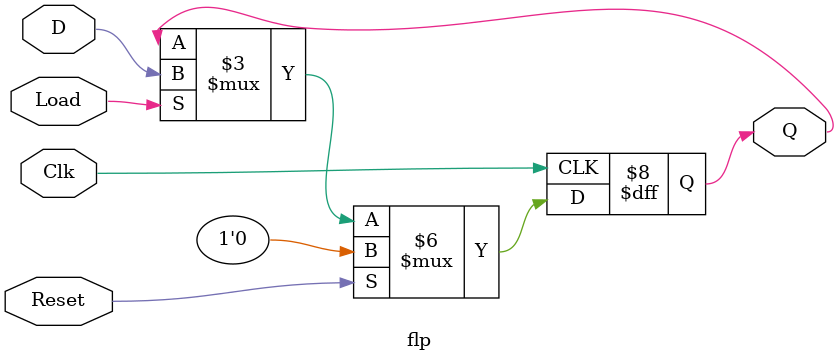
<source format=sv>
module reg_11 (input  logic Clk, Reset, Load,
              input  logic [11:0]  D,
              output logic [11:0]  Data_Out);

    always_ff @ (posedge Clk)
    begin
	 	 if (Reset) //notice, this is a sycnrhonous reset, which is recommended on the FPGA
			  Data_Out <= 11'h0;
		 else if (Load)
			  Data_Out <= D;
	 end

endmodule

module flp 
(
	input		Clk, Load, Reset, D,
	output	logic Q
);


	always_ff @ (posedge Clk)
	begin
			if (Reset)
				Q <= 1'b0;
			else
				if (Load)
					Q<=D;
				else
					Q <= Q;
	end 
endmodule
</source>
